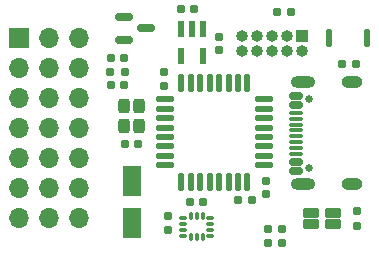
<source format=gbr>
%TF.GenerationSoftware,KiCad,Pcbnew,9.0.0*%
%TF.CreationDate,2025-06-23T18:52:12-04:00*%
%TF.ProjectId,CRSF_PWM_Gyro,43525346-5f50-4574-9d5f-4779726f2e6b,rev?*%
%TF.SameCoordinates,Original*%
%TF.FileFunction,Soldermask,Top*%
%TF.FilePolarity,Negative*%
%FSLAX46Y46*%
G04 Gerber Fmt 4.6, Leading zero omitted, Abs format (unit mm)*
G04 Created by KiCad (PCBNEW 9.0.0) date 2025-06-23 18:52:12*
%MOMM*%
%LPD*%
G01*
G04 APERTURE LIST*
G04 Aperture macros list*
%AMRoundRect*
0 Rectangle with rounded corners*
0 $1 Rounding radius*
0 $2 $3 $4 $5 $6 $7 $8 $9 X,Y pos of 4 corners*
0 Add a 4 corners polygon primitive as box body*
4,1,4,$2,$3,$4,$5,$6,$7,$8,$9,$2,$3,0*
0 Add four circle primitives for the rounded corners*
1,1,$1+$1,$2,$3*
1,1,$1+$1,$4,$5*
1,1,$1+$1,$6,$7*
1,1,$1+$1,$8,$9*
0 Add four rect primitives between the rounded corners*
20,1,$1+$1,$2,$3,$4,$5,0*
20,1,$1+$1,$4,$5,$6,$7,0*
20,1,$1+$1,$6,$7,$8,$9,0*
20,1,$1+$1,$8,$9,$2,$3,0*%
G04 Aperture macros list end*
%ADD10RoundRect,0.160000X-0.160000X0.197500X-0.160000X-0.197500X0.160000X-0.197500X0.160000X0.197500X0*%
%ADD11RoundRect,0.155000X0.212500X0.155000X-0.212500X0.155000X-0.212500X-0.155000X0.212500X-0.155000X0*%
%ADD12RoundRect,0.155000X-0.212500X-0.155000X0.212500X-0.155000X0.212500X0.155000X-0.212500X0.155000X0*%
%ADD13RoundRect,0.155000X-0.155000X0.212500X-0.155000X-0.212500X0.155000X-0.212500X0.155000X0.212500X0*%
%ADD14RoundRect,0.201000X-0.501000X-0.201000X0.501000X-0.201000X0.501000X0.201000X-0.501000X0.201000X0*%
%ADD15RoundRect,0.250000X-0.250000X0.350000X-0.250000X-0.350000X0.250000X-0.350000X0.250000X0.350000X0*%
%ADD16R,1.000000X1.000000*%
%ADD17O,1.000000X1.000000*%
%ADD18RoundRect,0.155000X0.155000X-0.212500X0.155000X0.212500X-0.155000X0.212500X-0.155000X-0.212500X0*%
%ADD19R,1.700000X1.700000*%
%ADD20O,1.700000X1.700000*%
%ADD21RoundRect,0.137500X-0.137500X-0.612500X0.137500X-0.612500X0.137500X0.612500X-0.137500X0.612500X0*%
%ADD22RoundRect,0.125000X-0.625000X-0.125000X0.625000X-0.125000X0.625000X0.125000X-0.625000X0.125000X0*%
%ADD23RoundRect,0.125000X-0.125000X-0.625000X0.125000X-0.625000X0.125000X0.625000X-0.125000X0.625000X0*%
%ADD24RoundRect,0.160000X0.197500X0.160000X-0.197500X0.160000X-0.197500X-0.160000X0.197500X-0.160000X0*%
%ADD25RoundRect,0.139700X-0.139700X0.571500X-0.139700X-0.571500X0.139700X-0.571500X0.139700X0.571500X0*%
%ADD26C,0.650000*%
%ADD27RoundRect,0.150000X0.425000X-0.150000X0.425000X0.150000X-0.425000X0.150000X-0.425000X-0.150000X0*%
%ADD28RoundRect,0.075000X0.500000X-0.075000X0.500000X0.075000X-0.500000X0.075000X-0.500000X-0.075000X0*%
%ADD29O,2.100000X1.000000*%
%ADD30O,1.800000X1.000000*%
%ADD31RoundRect,0.100000X0.212500X0.100000X-0.212500X0.100000X-0.212500X-0.100000X0.212500X-0.100000X0*%
%ADD32RoundRect,0.100000X0.100000X0.212500X-0.100000X0.212500X-0.100000X-0.212500X0.100000X-0.212500X0*%
%ADD33RoundRect,0.160000X-0.197500X-0.160000X0.197500X-0.160000X0.197500X0.160000X-0.197500X0.160000X0*%
%ADD34RoundRect,0.150000X-0.587500X-0.150000X0.587500X-0.150000X0.587500X0.150000X-0.587500X0.150000X0*%
%ADD35RoundRect,0.250000X0.550000X-1.050000X0.550000X1.050000X-0.550000X1.050000X-0.550000X-1.050000X0*%
G04 APERTURE END LIST*
D10*
%TO.C,R4*%
X150500000Y-95602500D03*
X150500000Y-96797500D03*
%TD*%
D11*
%TO.C,C10*%
X130767500Y-84900000D03*
X129632500Y-84900000D03*
%TD*%
D12*
%TO.C,C12*%
X129629116Y-82598548D03*
X130764116Y-82598548D03*
%TD*%
%TO.C,C1*%
X135532500Y-78500000D03*
X136667500Y-78500000D03*
%TD*%
D13*
%TO.C,C6*%
X142800000Y-93032500D03*
X142800000Y-94167500D03*
%TD*%
D11*
%TO.C,C11*%
X131967500Y-89900000D03*
X130832500Y-89900000D03*
%TD*%
D14*
%TO.C,LED1*%
X148400687Y-95725000D03*
X146600687Y-95725000D03*
X146600687Y-96675000D03*
X148400687Y-96675000D03*
%TD*%
D15*
%TO.C,Y1*%
X130750000Y-86650000D03*
X130750000Y-88350000D03*
X132050000Y-88350000D03*
X132050000Y-86650000D03*
%TD*%
D16*
%TO.C,SWD1*%
X145850000Y-80775000D03*
D17*
X145850000Y-82045000D03*
X144580000Y-80775000D03*
X144580000Y-82045000D03*
X143310000Y-80775000D03*
X143310000Y-82045000D03*
X142040000Y-80775000D03*
X142040000Y-82045000D03*
X140770000Y-80775000D03*
X140770000Y-82045000D03*
%TD*%
D18*
%TO.C,C7*%
X134100000Y-84967500D03*
X134100000Y-83832500D03*
%TD*%
D19*
%TO.C,J2*%
X121863000Y-80880000D03*
D20*
X124403000Y-80880000D03*
X126943000Y-80880000D03*
X121863000Y-83420000D03*
X124403000Y-83420000D03*
X126943000Y-83420000D03*
X121863000Y-85960000D03*
X124403000Y-85960000D03*
X126943000Y-85960000D03*
X121863000Y-88500000D03*
X124403000Y-88500000D03*
X126943000Y-88500000D03*
X121863000Y-91040000D03*
X124403000Y-91040000D03*
X126943000Y-91040000D03*
X121863000Y-93580000D03*
X124403000Y-93580000D03*
X126943000Y-93580000D03*
X121863000Y-96120000D03*
X124403000Y-96120000D03*
X126943000Y-96120000D03*
%TD*%
D21*
%TO.C,SW1*%
X148100000Y-80900000D03*
X151300000Y-80900000D03*
%TD*%
D12*
%TO.C,C5*%
X140432500Y-94600000D03*
X141567500Y-94600000D03*
%TD*%
D11*
%TO.C,C4*%
X144867500Y-78700000D03*
X143732500Y-78700000D03*
%TD*%
D22*
%TO.C,U2*%
X134225000Y-86100000D03*
X134225000Y-86900000D03*
X134225000Y-87700000D03*
X134225000Y-88500000D03*
X134225000Y-89300000D03*
X134225000Y-90100000D03*
X134225000Y-90900000D03*
X134225000Y-91700000D03*
D23*
X135600000Y-93075000D03*
X136400000Y-93075000D03*
X137200000Y-93075000D03*
X138000000Y-93075000D03*
X138800000Y-93075000D03*
X139600000Y-93075000D03*
X140400000Y-93075000D03*
X141200000Y-93075000D03*
D22*
X142575000Y-91700000D03*
X142575000Y-90900000D03*
X142575000Y-90100000D03*
X142575000Y-89300000D03*
X142575000Y-88500000D03*
X142575000Y-87700000D03*
X142575000Y-86900000D03*
X142575000Y-86100000D03*
D23*
X141200000Y-84725000D03*
X140400000Y-84725000D03*
X139600000Y-84725000D03*
X138800000Y-84725000D03*
X138000000Y-84725000D03*
X137200000Y-84725000D03*
X136400000Y-84725000D03*
X135600000Y-84725000D03*
%TD*%
D18*
%TO.C,C2*%
X138800000Y-81967500D03*
X138800000Y-80832500D03*
%TD*%
D24*
%TO.C,R1*%
X144119384Y-98294379D03*
X142924384Y-98294379D03*
%TD*%
%TO.C,R2*%
X144119384Y-97094379D03*
X142924384Y-97094379D03*
%TD*%
D25*
%TO.C,U1*%
X137450001Y-80155600D03*
X136500000Y-80155600D03*
X135549999Y-80155600D03*
X135549999Y-82444400D03*
X137450001Y-82444400D03*
%TD*%
D26*
%TO.C,J1*%
X146395000Y-91890000D03*
X146395000Y-86110000D03*
D27*
X145320000Y-92200000D03*
X145320000Y-91400000D03*
D28*
X145320000Y-90250000D03*
X145320000Y-89250000D03*
X145320000Y-88750000D03*
X145320000Y-87750000D03*
D27*
X145320000Y-86600000D03*
X145320000Y-85800000D03*
X145320000Y-85800000D03*
X145320000Y-86600000D03*
D28*
X145320000Y-87250000D03*
X145320000Y-88250000D03*
X145320000Y-89750000D03*
X145320000Y-90750000D03*
D27*
X145320000Y-91400000D03*
X145320000Y-92200000D03*
D29*
X145895000Y-93320000D03*
D30*
X150075000Y-93320000D03*
D29*
X145895000Y-84680000D03*
D30*
X150075000Y-84680000D03*
%TD*%
D31*
%TO.C,MT1*%
X138062500Y-97650000D03*
X138062500Y-97150000D03*
X138062500Y-96650000D03*
X138062500Y-96150000D03*
D32*
X137400000Y-95987500D03*
X136900000Y-95987500D03*
X136400000Y-95987500D03*
D31*
X135737500Y-96150000D03*
X135737500Y-96650000D03*
X135737500Y-97150000D03*
X135737500Y-97650000D03*
D32*
X136400000Y-97812500D03*
X136900000Y-97812500D03*
X137400000Y-97812500D03*
%TD*%
D33*
%TO.C,R5*%
X149202500Y-83100000D03*
X150397500Y-83100000D03*
%TD*%
D13*
%TO.C,C9*%
X134500000Y-96032500D03*
X134500000Y-97167500D03*
%TD*%
D24*
%TO.C,R3*%
X130794116Y-83798548D03*
X129599116Y-83798548D03*
%TD*%
D34*
%TO.C,D1*%
X130762500Y-79150000D03*
X130762500Y-81050000D03*
X132637500Y-80100000D03*
%TD*%
D11*
%TO.C,C8*%
X137467500Y-94800000D03*
X136332500Y-94800000D03*
%TD*%
D35*
%TO.C,C3*%
X131400000Y-96600000D03*
X131400000Y-93000000D03*
%TD*%
M02*

</source>
